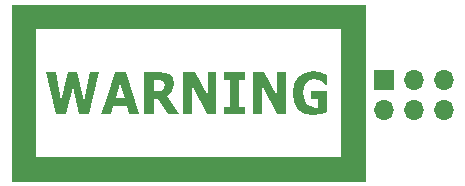
<source format=gtl>
%TF.GenerationSoftware,KiCad,Pcbnew,(6.0.4-0)*%
%TF.CreationDate,2022-05-26T18:25:49-04:00*%
%TF.ProjectId,Master_Warning,4d617374-6572-45f5-9761-726e696e672e,v02*%
%TF.SameCoordinates,Original*%
%TF.FileFunction,Copper,L1,Top*%
%TF.FilePolarity,Positive*%
%FSLAX46Y46*%
G04 Gerber Fmt 4.6, Leading zero omitted, Abs format (unit mm)*
G04 Created by KiCad (PCBNEW (6.0.4-0)) date 2022-05-26 18:25:49*
%MOMM*%
%LPD*%
G01*
G04 APERTURE LIST*
%TA.AperFunction,EtchedComponent*%
%ADD10C,0.096499*%
%TD*%
%TA.AperFunction,ComponentPad*%
%ADD11R,1.700000X1.700000*%
%TD*%
%TA.AperFunction,ComponentPad*%
%ADD12O,1.700000X1.700000*%
%TD*%
G04 APERTURE END LIST*
%TO.C,svg2mod*%
G36*
X218076791Y-86479388D02*
G01*
X218076791Y-84422319D01*
X218803168Y-84422319D01*
X218803168Y-88013139D01*
X218039641Y-88013139D01*
X216735465Y-85548519D01*
X216735465Y-88013139D01*
X216009087Y-88013139D01*
X216009087Y-84422319D01*
X216956268Y-84422319D01*
X218076791Y-86479388D01*
G37*
G36*
X212183221Y-86479388D02*
G01*
X212183221Y-84422319D01*
X212909599Y-84422319D01*
X212909599Y-88013139D01*
X212146076Y-88013139D01*
X210841897Y-85548519D01*
X210841897Y-88013139D01*
X210115519Y-88013139D01*
X210115519Y-84422319D01*
X211062700Y-84422319D01*
X212183221Y-86479388D01*
G37*
G36*
X199793521Y-86894170D02*
G01*
X200358940Y-84422319D01*
X201149290Y-84422319D01*
X201687883Y-86894170D01*
X202183140Y-84422319D01*
X202989998Y-84422319D01*
X202162505Y-88013139D01*
X201285486Y-88013139D01*
X200734511Y-85673919D01*
X200197982Y-88013139D01*
X199320963Y-88013139D01*
X198493470Y-84422319D01*
X199320963Y-84422319D01*
X199793521Y-86894170D01*
G37*
G36*
X195580000Y-78740000D02*
G01*
X225483083Y-78740000D01*
X225483083Y-93643484D01*
X195580000Y-93643484D01*
X195580000Y-91652908D01*
X197570058Y-91652908D01*
X223493025Y-91652908D01*
X223493025Y-80730061D01*
X197570058Y-80730061D01*
X197570058Y-91652908D01*
X195580000Y-91652908D01*
X195580000Y-78740000D01*
G37*
D10*
X195580000Y-78740000D02*
X225483083Y-78740000D01*
X225483083Y-93643484D01*
X195580000Y-93643484D01*
X195580000Y-91652908D01*
X197570058Y-91652908D01*
X223493025Y-91652908D01*
X223493025Y-80730061D01*
X197570058Y-80730061D01*
X197570058Y-91652908D01*
X195580000Y-91652908D01*
X195580000Y-78740000D01*
G36*
X206805546Y-84422319D02*
G01*
X208134487Y-84422319D01*
X208602919Y-84458533D01*
X208970235Y-84615283D01*
X209244691Y-84928784D01*
X209347869Y-85408687D01*
X209188974Y-86057406D01*
X208739115Y-86474599D01*
X209764711Y-88013139D01*
X208796895Y-88013139D01*
X207959084Y-86696427D01*
X207593831Y-86696427D01*
X207593831Y-88013139D01*
X206805546Y-88013139D01*
X206805546Y-86050022D01*
X207593829Y-86050022D01*
X207837331Y-86050022D01*
X208155121Y-86028293D01*
X208369733Y-85929379D01*
X208489420Y-85765397D01*
X208528611Y-85521901D01*
X208481166Y-85290476D01*
X208318143Y-85138548D01*
X208130359Y-85092712D01*
X207880665Y-85082982D01*
X207593829Y-85082982D01*
X207593829Y-86050022D01*
X206805546Y-86050022D01*
X206805546Y-84422319D01*
G37*
G36*
X203976386Y-88013139D02*
G01*
X203177783Y-88013139D01*
X203615307Y-86628895D01*
X204380846Y-86628895D01*
X205136115Y-86628895D01*
X204758481Y-85341123D01*
X204380846Y-86628895D01*
X203615307Y-86628895D01*
X204312749Y-84422319D01*
X205224849Y-84422319D01*
X206359814Y-88013139D01*
X205540576Y-88013139D01*
X205328028Y-87287256D01*
X204188934Y-87287256D01*
X203976386Y-88013139D01*
G37*
G36*
X221685980Y-84417486D02*
G01*
X222296802Y-84670697D01*
X222296802Y-85512337D01*
X222208091Y-85512337D01*
X222038882Y-85370051D01*
X221824264Y-85210890D01*
X221543616Y-85078247D01*
X221205191Y-85022790D01*
X220823436Y-85095112D01*
X220515962Y-85316972D01*
X220309604Y-85685940D01*
X220235324Y-86199605D01*
X220505648Y-87111177D01*
X221304253Y-87427099D01*
X221403306Y-87424937D01*
X221504422Y-87417369D01*
X221504422Y-86713183D01*
X220891537Y-86713183D01*
X220891537Y-86035536D01*
X222309216Y-86035536D01*
X222309179Y-87808153D01*
X221762333Y-87996264D01*
X221083418Y-88087935D01*
X220384378Y-87963738D01*
X219855586Y-87591146D01*
X219522835Y-86997301D01*
X219411918Y-86214145D01*
X219523869Y-85458718D01*
X219859721Y-84866073D01*
X220395733Y-84480824D01*
X221108182Y-84352408D01*
X221685980Y-84417486D01*
G37*
G36*
X215359062Y-85058973D02*
G01*
X214855549Y-85058973D01*
X214855549Y-87376485D01*
X215359062Y-87376485D01*
X215359062Y-88013139D01*
X213559625Y-88013139D01*
X213559625Y-87376485D01*
X214063137Y-87376485D01*
X214063137Y-85058973D01*
X213559625Y-85058973D01*
X213559625Y-84422319D01*
X215359062Y-84422319D01*
X215359062Y-85058973D01*
G37*
%TD*%
D11*
%TO.P,J1,1,Pin_1*%
%TO.N,Net-(J1-Pad1)*%
X227121946Y-85090000D03*
D12*
%TO.P,J1,2,Pin_2*%
%TO.N,GND*%
X227121946Y-87630000D03*
%TO.P,J1,3,Pin_3*%
%TO.N,unconnected-(J1-Pad3)*%
X229661946Y-85090000D03*
%TO.P,J1,4,Pin_4*%
%TO.N,unconnected-(J1-Pad4)*%
X229661946Y-87630000D03*
%TO.P,J1,5,Pin_5*%
%TO.N,Net-(J1-Pad1)*%
X232201946Y-85090000D03*
%TO.P,J1,6,Pin_6*%
%TO.N,unconnected-(J1-Pad6)*%
X232201946Y-87630000D03*
%TD*%
M02*

</source>
